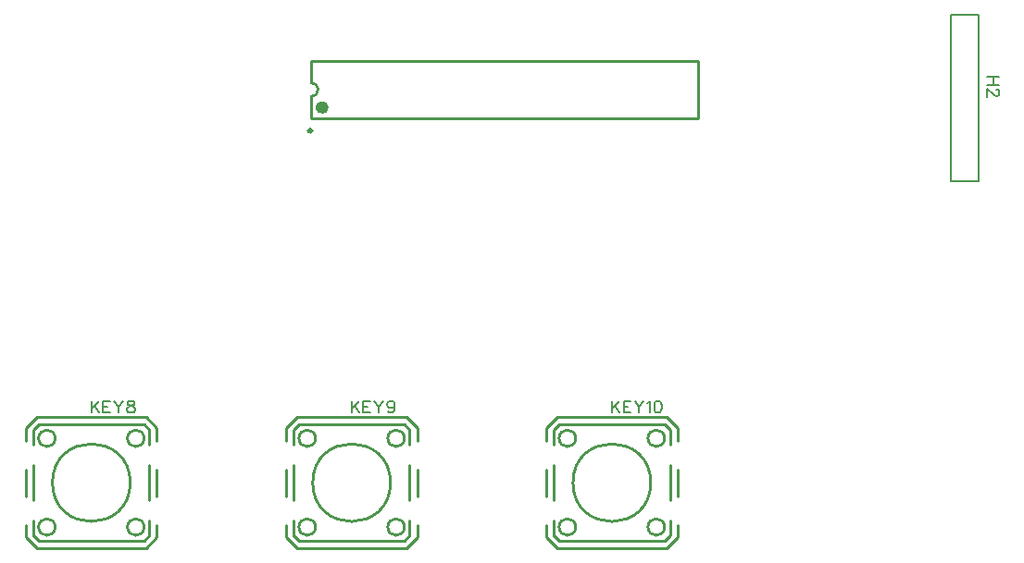
<source format=gto>
G04 Layer: TopSilkscreenLayer*
G04 EasyEDA v6.5.22, 2024-08-28 16:03:03*
G04 fc1e3732016e4acc899c86b879ae2791,10*
G04 Gerber Generator version 0.2*
G04 Scale: 100 percent, Rotated: No, Reflected: No *
G04 Dimensions in millimeters *
G04 leading zeros omitted , absolute positions ,4 integer and 5 decimal *
%FSLAX45Y45*%
%MOMM*%

%ADD10C,0.1524*%
%ADD11C,0.2540*%
%ADD12C,0.2032*%
%ADD13C,0.2030*%
%ADD14C,0.6000*%
%ADD15C,0.3000*%
%ADD16C,0.0196*%

%LPD*%
D10*
X9522891Y4514164D02*
G01*
X9413925Y4514164D01*
X9522891Y4441520D02*
G01*
X9413925Y4441520D01*
X9471075Y4514164D02*
G01*
X9471075Y4441520D01*
X9496983Y4401896D02*
G01*
X9502063Y4401896D01*
X9512477Y4396816D01*
X9517811Y4391482D01*
X9522891Y4381068D01*
X9522891Y4360494D01*
X9517811Y4350080D01*
X9512477Y4344746D01*
X9502063Y4339666D01*
X9491649Y4339666D01*
X9481235Y4344746D01*
X9465741Y4355160D01*
X9413925Y4407230D01*
X9413925Y4334332D01*
X5979922Y1550415D02*
G01*
X5979922Y1441195D01*
X6052820Y1550415D02*
G01*
X5979922Y1477518D01*
X6006084Y1503679D02*
G01*
X6052820Y1441195D01*
X6087109Y1550415D02*
G01*
X6087109Y1441195D01*
X6087109Y1550415D02*
G01*
X6154674Y1550415D01*
X6087109Y1498345D02*
G01*
X6128511Y1498345D01*
X6087109Y1441195D02*
G01*
X6154674Y1441195D01*
X6188963Y1550415D02*
G01*
X6230365Y1498345D01*
X6230365Y1441195D01*
X6272022Y1550415D02*
G01*
X6230365Y1498345D01*
X6306311Y1529587D02*
G01*
X6316725Y1534668D01*
X6332220Y1550415D01*
X6332220Y1441195D01*
X6397752Y1550415D02*
G01*
X6382004Y1545081D01*
X6371843Y1529587D01*
X6366509Y1503679D01*
X6366509Y1487931D01*
X6371843Y1462023D01*
X6382004Y1446529D01*
X6397752Y1441195D01*
X6408165Y1441195D01*
X6423659Y1446529D01*
X6434074Y1462023D01*
X6439154Y1487931D01*
X6439154Y1503679D01*
X6434074Y1529587D01*
X6423659Y1545081D01*
X6408165Y1550415D01*
X6397752Y1550415D01*
X3599941Y1550415D02*
G01*
X3599941Y1441195D01*
X3672840Y1550415D02*
G01*
X3599941Y1477518D01*
X3625850Y1503679D02*
G01*
X3672840Y1441195D01*
X3707129Y1550415D02*
G01*
X3707129Y1441195D01*
X3707129Y1550415D02*
G01*
X3774440Y1550415D01*
X3707129Y1498345D02*
G01*
X3748531Y1498345D01*
X3707129Y1441195D02*
G01*
X3774440Y1441195D01*
X3808729Y1550415D02*
G01*
X3850386Y1498345D01*
X3850386Y1441195D01*
X3892041Y1550415D02*
G01*
X3850386Y1498345D01*
X3993895Y1514094D02*
G01*
X3988561Y1498345D01*
X3978147Y1487931D01*
X3962654Y1482852D01*
X3957320Y1482852D01*
X3941825Y1487931D01*
X3931411Y1498345D01*
X3926331Y1514094D01*
X3926331Y1519173D01*
X3931411Y1534668D01*
X3941825Y1545081D01*
X3957320Y1550415D01*
X3962654Y1550415D01*
X3978147Y1545081D01*
X3988561Y1534668D01*
X3993895Y1514094D01*
X3993895Y1487931D01*
X3988561Y1462023D01*
X3978147Y1446529D01*
X3962654Y1441195D01*
X3952240Y1441195D01*
X3936745Y1446529D01*
X3931411Y1456944D01*
X1219962Y1550415D02*
G01*
X1219962Y1441195D01*
X1292860Y1550415D02*
G01*
X1219962Y1477518D01*
X1245870Y1503679D02*
G01*
X1292860Y1441195D01*
X1327150Y1550415D02*
G01*
X1327150Y1441195D01*
X1327150Y1550415D02*
G01*
X1394460Y1550415D01*
X1327150Y1498345D02*
G01*
X1368552Y1498345D01*
X1327150Y1441195D02*
G01*
X1394460Y1441195D01*
X1428750Y1550415D02*
G01*
X1470405Y1498345D01*
X1470405Y1441195D01*
X1512062Y1550415D02*
G01*
X1470405Y1498345D01*
X1572260Y1550415D02*
G01*
X1556765Y1545081D01*
X1551431Y1534668D01*
X1551431Y1524254D01*
X1556765Y1514094D01*
X1567179Y1508760D01*
X1587754Y1503679D01*
X1603502Y1498345D01*
X1613915Y1487931D01*
X1618995Y1477518D01*
X1618995Y1462023D01*
X1613915Y1451610D01*
X1608581Y1446529D01*
X1593087Y1441195D01*
X1572260Y1441195D01*
X1556765Y1446529D01*
X1551431Y1451610D01*
X1546352Y1462023D01*
X1546352Y1477518D01*
X1551431Y1487931D01*
X1561845Y1498345D01*
X1577339Y1503679D01*
X1598168Y1508760D01*
X1608581Y1514094D01*
X1613915Y1524254D01*
X1613915Y1534668D01*
X1608581Y1545081D01*
X1593087Y1550415D01*
X1572260Y1550415D01*
D11*
X3229990Y4463491D02*
G01*
X3229990Y4664991D01*
X6769988Y4664991D01*
X6769988Y4134990D01*
X3229990Y4134990D01*
X3229990Y4336491D01*
D12*
X9331375Y4895164D02*
G01*
X9331375Y5085664D01*
X9077375Y5085664D01*
X9077375Y3561664D01*
X9331375Y3561664D01*
D13*
X9331375Y3561664D02*
G01*
X9331375Y4895164D01*
D11*
X5479922Y1400098D02*
G01*
X6479920Y1400098D01*
X6479920Y200101D02*
G01*
X5479922Y200101D01*
X5449061Y1285239D02*
G01*
X5497322Y1333500D01*
X5479541Y1399539D02*
G01*
X5380481Y1300479D01*
X6480302Y1399539D02*
G01*
X6579361Y1300479D01*
X5380481Y299720D02*
G01*
X5479541Y200660D01*
X6579361Y299720D02*
G01*
X6480302Y200660D01*
X6579361Y1300479D02*
G01*
X6579361Y1184714D01*
X6579361Y923485D02*
G01*
X6579361Y676714D01*
X6579361Y415485D02*
G01*
X6579361Y299720D01*
X5497322Y1333500D02*
G01*
X6462522Y1333500D01*
X6510781Y1285239D01*
X6510781Y1285239D02*
G01*
X6510781Y1148011D01*
X6510781Y960188D02*
G01*
X6510781Y640011D01*
X6510781Y452188D02*
G01*
X6510781Y314960D01*
X6510781Y314960D02*
G01*
X6462522Y266700D01*
X5497322Y266700D01*
X5449061Y314960D01*
X5449061Y1285239D02*
G01*
X5449061Y1148011D01*
X5449061Y960188D02*
G01*
X5449061Y640011D01*
X5449061Y452188D02*
G01*
X5449061Y306016D01*
X5380481Y1300479D02*
G01*
X5380481Y1184714D01*
X5380481Y923485D02*
G01*
X5380481Y676714D01*
X5380481Y415485D02*
G01*
X5380481Y298450D01*
X3099943Y1400098D02*
G01*
X4099940Y1400098D01*
X4099940Y200101D02*
G01*
X3099943Y200101D01*
X3069081Y1285239D02*
G01*
X3117341Y1333500D01*
X3099561Y1399539D02*
G01*
X3000502Y1300479D01*
X4100322Y1399539D02*
G01*
X4199381Y1300479D01*
X3000502Y299720D02*
G01*
X3099561Y200660D01*
X4199381Y299720D02*
G01*
X4100322Y200660D01*
X4199381Y1300479D02*
G01*
X4199381Y1184714D01*
X4199381Y923485D02*
G01*
X4199381Y676714D01*
X4199381Y415485D02*
G01*
X4199381Y299720D01*
X3117341Y1333500D02*
G01*
X4082541Y1333500D01*
X4130802Y1285239D01*
X4130802Y1285239D02*
G01*
X4130802Y1148011D01*
X4130802Y960188D02*
G01*
X4130802Y640011D01*
X4130802Y452188D02*
G01*
X4130802Y314960D01*
X4130802Y314960D02*
G01*
X4082541Y266700D01*
X3117341Y266700D01*
X3069081Y314960D01*
X3069081Y1285239D02*
G01*
X3069081Y1148011D01*
X3069081Y960188D02*
G01*
X3069081Y640011D01*
X3069081Y452188D02*
G01*
X3069081Y306016D01*
X3000502Y1300479D02*
G01*
X3000502Y1184714D01*
X3000502Y923485D02*
G01*
X3000502Y676714D01*
X3000502Y415485D02*
G01*
X3000502Y298450D01*
X719962Y1400098D02*
G01*
X1719961Y1400098D01*
X1719961Y200101D02*
G01*
X719962Y200101D01*
X689102Y1285239D02*
G01*
X737362Y1333500D01*
X719581Y1399539D02*
G01*
X620521Y1300479D01*
X1720342Y1399539D02*
G01*
X1819402Y1300479D01*
X620521Y299720D02*
G01*
X719581Y200660D01*
X1819402Y299720D02*
G01*
X1720342Y200660D01*
X1819402Y1300479D02*
G01*
X1819402Y1184714D01*
X1819402Y923485D02*
G01*
X1819402Y676714D01*
X1819402Y415485D02*
G01*
X1819402Y299720D01*
X737362Y1333500D02*
G01*
X1702562Y1333500D01*
X1750821Y1285239D01*
X1750821Y1285239D02*
G01*
X1750821Y1148011D01*
X1750821Y960188D02*
G01*
X1750821Y640011D01*
X1750821Y452188D02*
G01*
X1750821Y314960D01*
X1750821Y314960D02*
G01*
X1702562Y266700D01*
X737362Y266700D01*
X689102Y314960D01*
X689102Y1285239D02*
G01*
X689102Y1148011D01*
X689102Y960188D02*
G01*
X689102Y640011D01*
X689102Y452188D02*
G01*
X689102Y306016D01*
X620521Y1300479D02*
G01*
X620521Y1184714D01*
X620521Y923485D02*
G01*
X620521Y676714D01*
X620521Y415485D02*
G01*
X620521Y298450D01*
G75*
G01*
X3229864Y4336491D02*
G03*
X3229864Y4463491I0J63500D01*
D14*
G75*
G01*
X3299968Y4234891D02*
G03*
X3299968Y4235399I29999J254D01*
D15*
G75*
G01*
X3205988Y4020007D02*
G03*
X3205988Y4020261I15001J127D01*
D11*
G75*
G01
X5649722Y1206500D02*
G03X5649722Y1206500I-76200J0D01*
G75*
G01
X6462522Y1206500D02*
G03X6462522Y1206500I-76200J0D01*
G75*
G01
X5649722Y393700D02*
G03X5649722Y393700I-76200J0D01*
G75*
G01
X6462522Y393700D02*
G03X6462522Y393700I-76200J0D01*
G75*
G01
X6335522Y800100D02*
G03X6335522Y800100I-355600J0D01*
G75*
G01
X3269742Y1206500D02*
G03X3269742Y1206500I-76200J0D01*
G75*
G01
X4082542Y1206500D02*
G03X4082542Y1206500I-76200J0D01*
G75*
G01
X3269742Y393700D02*
G03X3269742Y393700I-76200J0D01*
G75*
G01
X4082542Y393700D02*
G03X4082542Y393700I-76200J0D01*
G75*
G01
X3955542Y800100D02*
G03X3955542Y800100I-355600J0D01*
G75*
G01
X889762Y1206500D02*
G03X889762Y1206500I-76200J0D01*
G75*
G01
X1702562Y1206500D02*
G03X1702562Y1206500I-76200J0D01*
G75*
G01
X889762Y393700D02*
G03X889762Y393700I-76200J0D01*
G75*
G01
X1702562Y393700D02*
G03X1702562Y393700I-76200J0D01*
G75*
G01
X1575562Y800100D02*
G03X1575562Y800100I-355600J0D01*
M02*

</source>
